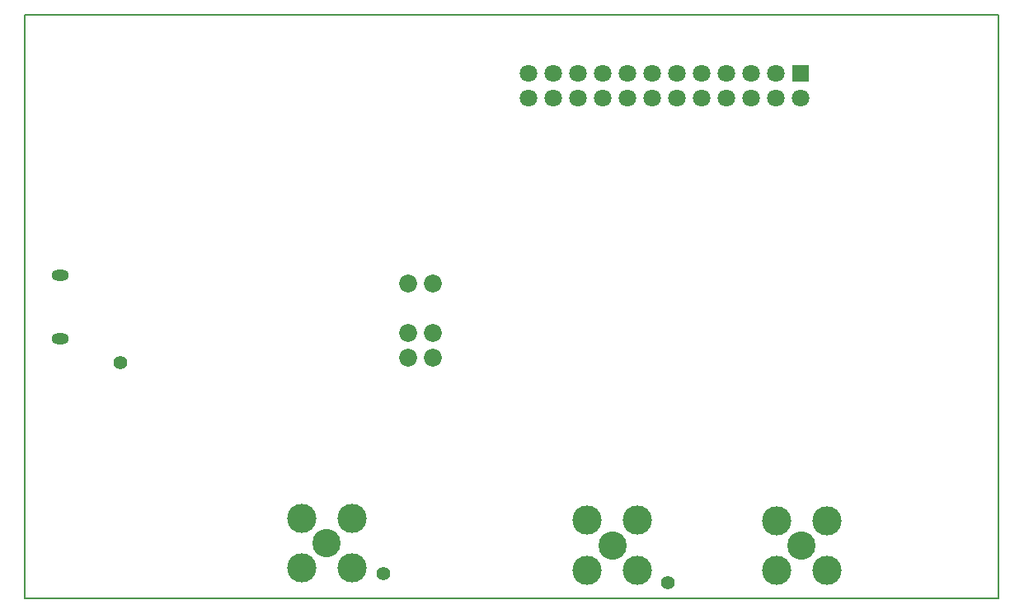
<source format=gbs>
G04 Layer_Color=16711935*
%FSLAX44Y44*%
%MOMM*%
G71*
G01*
G75*
%ADD46C,0.1270*%
%ADD94C,2.9032*%
%ADD95C,3.0032*%
%ADD96C,1.8034*%
%ADD97R,1.8034X1.8034*%
%ADD98O,1.8032X1.1032*%
%ADD99C,1.8432*%
%ADD100C,1.4032*%
D46*
X0Y0D02*
Y600000D01*
X1000000D01*
Y0D02*
Y600000D01*
X0Y0D02*
X1000000D01*
D94*
X309880Y57150D02*
D03*
X797493Y54610D02*
D03*
X603250Y54917D02*
D03*
D95*
X284130Y31400D02*
D03*
X335630D02*
D03*
X284130Y82900D02*
D03*
X335630D02*
D03*
X771743Y28860D02*
D03*
X823243D02*
D03*
X771743Y80360D02*
D03*
X823243D02*
D03*
X629000Y80667D02*
D03*
X577500D02*
D03*
X629000Y29167D02*
D03*
X577500D02*
D03*
D96*
X567690Y514350D02*
D03*
Y539750D02*
D03*
X593090Y514350D02*
D03*
Y539750D02*
D03*
X618490Y514350D02*
D03*
Y539750D02*
D03*
X643890Y514350D02*
D03*
Y539750D02*
D03*
X669290Y514350D02*
D03*
Y539750D02*
D03*
X694690Y514350D02*
D03*
Y539750D02*
D03*
X720090Y514350D02*
D03*
Y539750D02*
D03*
X745490Y514350D02*
D03*
Y539750D02*
D03*
X770890Y514350D02*
D03*
Y539750D02*
D03*
X796290Y514350D02*
D03*
X516890D02*
D03*
Y539750D02*
D03*
X542290Y514350D02*
D03*
Y539750D02*
D03*
D97*
X796290D02*
D03*
D98*
X36155Y266720D02*
D03*
Y332720D02*
D03*
D99*
X393700Y323850D02*
D03*
X419100D02*
D03*
X393700Y247650D02*
D03*
X419100D02*
D03*
Y273050D02*
D03*
X393700D02*
D03*
D100*
X97790Y242570D02*
D03*
X368300Y25400D02*
D03*
X660400Y16510D02*
D03*
M02*

</source>
